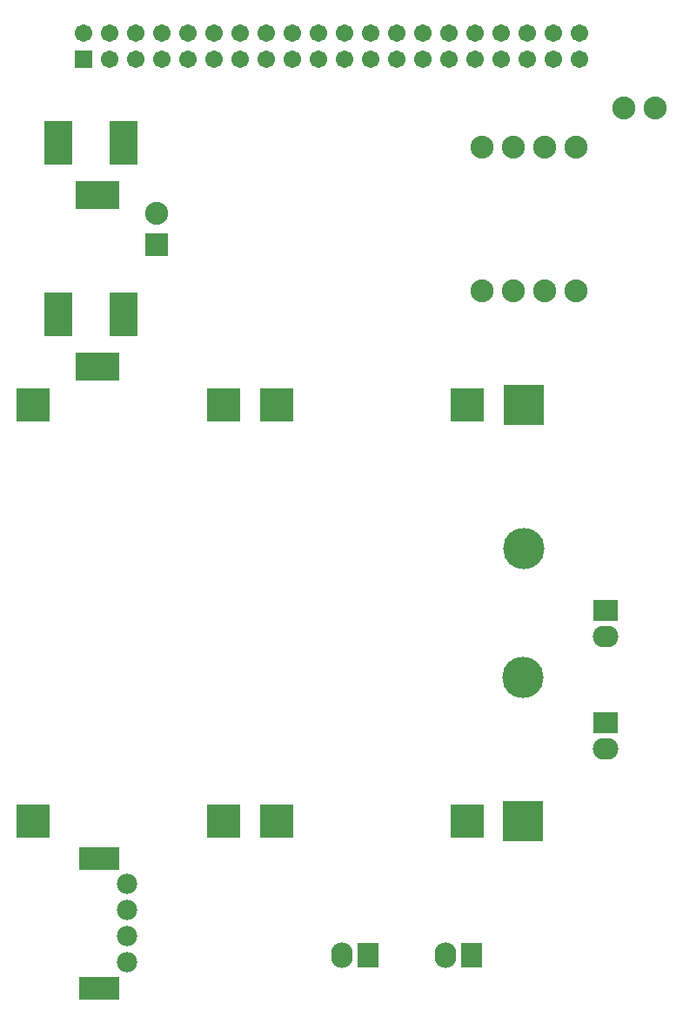
<source format=gbs>
G04*
G04 #@! TF.GenerationSoftware,Altium Limited,Altium Designer,19.0.4 (130)*
G04*
G04 Layer_Color=16711935*
%FSTAX24Y24*%
%MOIN*%
G70*
G01*
G75*
%ADD15R,0.0880X0.0880*%
%ADD16C,0.0880*%
%ADD17R,0.1280X0.1280*%
%ADD18C,0.1580*%
%ADD19R,0.1580X0.1580*%
%ADD20R,0.1580X0.0880*%
%ADD21C,0.0780*%
%ADD22O,0.0980X0.0830*%
%ADD23R,0.0980X0.0830*%
%ADD24R,0.1680X0.1080*%
%ADD25R,0.1080X0.1680*%
%ADD26R,0.0671X0.0671*%
%ADD27C,0.0671*%
%ADD28R,0.0830X0.0980*%
%ADD29O,0.0830X0.0980*%
D15*
X0161Y041D02*
D03*
D16*
Y0422D02*
D03*
X033986Y046214D02*
D03*
X035186D02*
D03*
X028556Y039214D02*
D03*
X029756D02*
D03*
X03095D02*
D03*
X03215D02*
D03*
Y044714D02*
D03*
X03095D02*
D03*
X029756D02*
D03*
X028556D02*
D03*
D17*
X027999Y018912D02*
D03*
X0207D02*
D03*
Y034852D02*
D03*
X027999D02*
D03*
X018649D02*
D03*
X01135D02*
D03*
Y018912D02*
D03*
X018649D02*
D03*
D18*
X03015Y029342D02*
D03*
X030125Y02442D02*
D03*
D19*
X03015Y034842D02*
D03*
X030125Y01892D02*
D03*
D20*
X0139Y0175D02*
D03*
Y01253D02*
D03*
D21*
X01497Y01351D02*
D03*
Y01451D02*
D03*
Y01551D02*
D03*
Y01652D02*
D03*
D22*
X033294Y026D02*
D03*
Y0217D02*
D03*
D23*
Y027D02*
D03*
Y0227D02*
D03*
D24*
X013822Y0429D02*
D03*
Y036316D02*
D03*
D25*
X012322Y0449D02*
D03*
X014822D02*
D03*
Y038316D02*
D03*
X012322D02*
D03*
D26*
X013295Y0481D02*
D03*
D27*
Y0491D02*
D03*
X014295Y0481D02*
D03*
Y0491D02*
D03*
X015295Y0481D02*
D03*
Y0491D02*
D03*
X016295Y0481D02*
D03*
Y0491D02*
D03*
X017295Y0481D02*
D03*
Y0491D02*
D03*
X018295Y0481D02*
D03*
Y0491D02*
D03*
X019295Y0481D02*
D03*
Y0491D02*
D03*
X020295Y0481D02*
D03*
Y0491D02*
D03*
X021295Y0481D02*
D03*
Y0491D02*
D03*
X022295Y0481D02*
D03*
Y0491D02*
D03*
X023295Y0481D02*
D03*
Y0491D02*
D03*
X024295Y0481D02*
D03*
Y0491D02*
D03*
X025295Y0481D02*
D03*
Y0491D02*
D03*
X026295Y0481D02*
D03*
Y0491D02*
D03*
X027295Y0481D02*
D03*
Y0491D02*
D03*
X028295Y0481D02*
D03*
Y0491D02*
D03*
X029295Y0481D02*
D03*
Y0491D02*
D03*
X030295Y0481D02*
D03*
Y0491D02*
D03*
X031295Y0481D02*
D03*
Y0491D02*
D03*
X032295Y0481D02*
D03*
Y0491D02*
D03*
D28*
X028151Y0138D02*
D03*
X0242D02*
D03*
D29*
X027151D02*
D03*
X0232D02*
D03*
M02*

</source>
